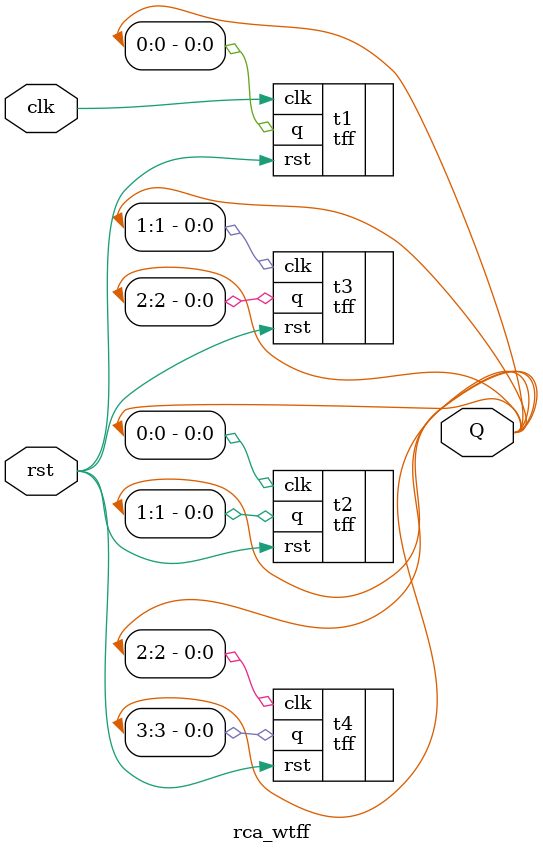
<source format=v>
module rca_wtff (
    output wire [3:0] Q,
    input wire clk,
    input wire rst
);
    tff t1(.q(Q[0]), .clk(clk),   .rst(rst));  // LSB: clk 기준 토글
    tff t2(.q(Q[1]), .clk(Q[0]), .rst(rst));  // Q[0]이 clk 역할
    tff t3(.q(Q[2]), .clk(Q[1]), .rst(rst));  // Q[1]이 clk 역할
    tff t4(.q(Q[3]), .clk(Q[2]), .rst(rst));  // Q[2]이 clk 역할
endmodule
</source>
